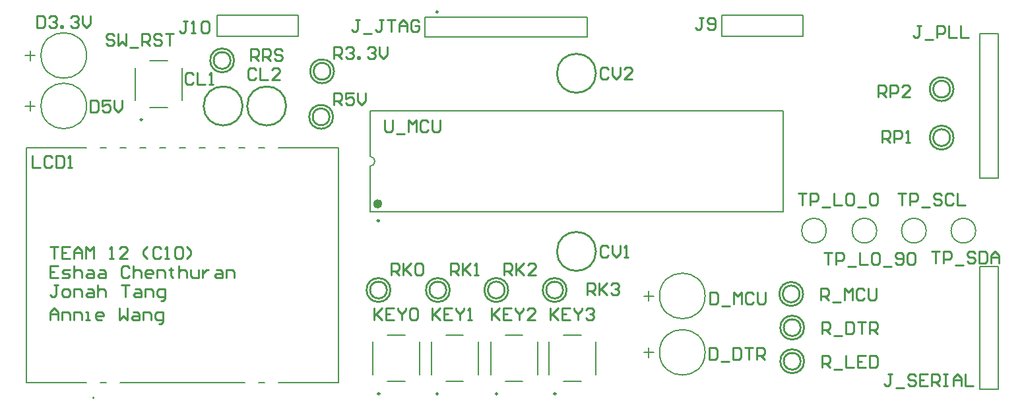
<source format=gto>
G04*
G04 #@! TF.GenerationSoftware,Altium Limited,Altium Designer,21.8.1 (53)*
G04*
G04 Layer_Color=65535*
%FSLAX25Y25*%
%MOIN*%
G70*
G04*
G04 #@! TF.SameCoordinates,070E7AC9-1739-4787-A23A-BD7F06799364*
G04*
G04*
G04 #@! TF.FilePolarity,Positive*
G04*
G01*
G75*
%ADD10C,0.00787*%
%ADD11C,0.01000*%
%ADD12C,0.00984*%
%ADD13C,0.02362*%
%ADD14C,0.00500*%
D10*
X142394Y102071D02*
G03*
X142394Y102071I-394J0D01*
G01*
X587740Y186500D02*
G03*
X587740Y186500I-6240J0D01*
G01*
X537740D02*
G03*
X537740Y186500I-6240J0D01*
G01*
X138506Y275000D02*
G03*
X138506Y275000I-11506J0D01*
G01*
Y249500D02*
G03*
X138506Y249500I-11506J0D01*
G01*
X451006Y125000D02*
G03*
X451006Y125000I-11506J0D01*
G01*
Y153500D02*
G03*
X451006Y153500I-11506J0D01*
G01*
X281669Y219000D02*
G03*
X281669Y224000I0J2500D01*
G01*
X562740Y186500D02*
G03*
X562740Y186500I-6240J0D01*
G01*
X512240D02*
G03*
X512240Y186500I-6240J0D01*
G01*
X170555Y248709D02*
X179445D01*
X170555Y272291D02*
X179331D01*
X163209Y252217D02*
Y268768D01*
X186791Y252217D02*
Y268768D01*
X589756Y106496D02*
Y168504D01*
X599244D01*
Y106496D02*
Y168504D01*
X589756Y106496D02*
X599244D01*
X589756Y213004D02*
X599244D01*
Y285996D01*
X589756Y213004D02*
Y285996D01*
X599244D01*
X459410Y284705D02*
X500591D01*
X459410D02*
Y295295D01*
X500591D01*
Y284705D02*
Y295295D01*
X110000Y272500D02*
Y277500D01*
X107500Y275000D02*
X112500D01*
X110000Y247000D02*
Y252000D01*
X107500Y249500D02*
X112500D01*
X422500Y122500D02*
Y127500D01*
X420000Y125000D02*
X425000D01*
X422500Y151000D02*
Y156000D01*
X420000Y153500D02*
X425000D01*
X281669Y196106D02*
X490331D01*
X281669Y246894D02*
X490331D01*
X281669Y196106D02*
Y219000D01*
Y224000D02*
Y246894D01*
X490331Y196106D02*
Y246894D01*
X391484Y284500D02*
Y294500D01*
X309516Y284500D02*
X391484D01*
X309516D02*
Y294500D01*
X391484D01*
X204409Y284705D02*
Y295295D01*
Y284705D02*
X245590D01*
Y295295D01*
X204409D02*
X245590D01*
X395791Y113716D02*
Y130268D01*
X372209Y113716D02*
Y130268D01*
X379555Y133791D02*
X388331D01*
X379555Y110209D02*
X388445D01*
X366291Y113716D02*
Y130268D01*
X342709Y113716D02*
Y130268D01*
X350055Y133791D02*
X358831D01*
X350055Y110209D02*
X358945D01*
X336291Y113716D02*
Y130268D01*
X312709Y113716D02*
Y130268D01*
X320055Y133791D02*
X328831D01*
X320055Y110209D02*
X328945D01*
X306791Y113716D02*
Y130268D01*
X283209Y113716D02*
Y130268D01*
X290555Y133791D02*
X299331D01*
X290555Y110209D02*
X299445D01*
D11*
X239342Y249500D02*
G03*
X239342Y249500I-9843J0D01*
G01*
X217342D02*
G03*
X217342Y249500I-9843J0D01*
G01*
X213021Y272500D02*
G03*
X213021Y272500I-6021J0D01*
G01*
X211243D02*
G03*
X211243Y272500I-4243J0D01*
G01*
X395843Y266000D02*
G03*
X395843Y266000I-9843J0D01*
G01*
X574743Y258000D02*
G03*
X574743Y258000I-4243J0D01*
G01*
X576521D02*
G03*
X576521Y258000I-6021J0D01*
G01*
X574743Y233500D02*
G03*
X574743Y233500I-4243J0D01*
G01*
X576521D02*
G03*
X576521Y233500I-6021J0D01*
G01*
X261243Y244000D02*
G03*
X261243Y244000I-4243J0D01*
G01*
X263021D02*
G03*
X263021Y244000I-6021J0D01*
G01*
X261743Y267000D02*
G03*
X261743Y267000I-4243J0D01*
G01*
X263521D02*
G03*
X263521Y267000I-6021J0D01*
G01*
X499243Y137500D02*
G03*
X499243Y137500I-4243J0D01*
G01*
X501021D02*
G03*
X501021Y137500I-6021J0D01*
G01*
X498743Y154500D02*
G03*
X498743Y154500I-4243J0D01*
G01*
X500521D02*
G03*
X500521Y154500I-6021J0D01*
G01*
X499243Y120500D02*
G03*
X499243Y120500I-4243J0D01*
G01*
X501021D02*
G03*
X501021Y120500I-6021J0D01*
G01*
X379243Y156500D02*
G03*
X379243Y156500I-4243J0D01*
G01*
X381021D02*
G03*
X381021Y156500I-6021J0D01*
G01*
X349743D02*
G03*
X349743Y156500I-4243J0D01*
G01*
X351521D02*
G03*
X351521Y156500I-6021J0D01*
G01*
X320243D02*
G03*
X320243Y156500I-4243J0D01*
G01*
X322021D02*
G03*
X322021Y156500I-6021J0D01*
G01*
X290243D02*
G03*
X290243Y156500I-4243J0D01*
G01*
X292021D02*
G03*
X292021Y156500I-6021J0D01*
G01*
X395843Y176000D02*
G03*
X395843Y176000I-9843J0D01*
G01*
X120000Y178290D02*
X123999D01*
X121999D01*
Y172292D01*
X129997Y178290D02*
X125998D01*
Y172292D01*
X129997D01*
X125998Y175291D02*
X127997D01*
X131996Y172292D02*
Y176290D01*
X133995Y178290D01*
X135995Y176290D01*
Y172292D01*
Y175291D01*
X131996D01*
X137994Y172292D02*
Y178290D01*
X139994Y176290D01*
X141993Y178290D01*
Y172292D01*
X149990D02*
X151990D01*
X150990D01*
Y178290D01*
X149990Y177290D01*
X158987Y172292D02*
X154989D01*
X158987Y176290D01*
Y177290D01*
X157988Y178290D01*
X155988D01*
X154989Y177290D01*
X168984Y172292D02*
X166985Y174291D01*
Y176290D01*
X168984Y178290D01*
X175982Y177290D02*
X174982Y178290D01*
X172983D01*
X171983Y177290D01*
Y173291D01*
X172983Y172292D01*
X174982D01*
X175982Y173291D01*
X177981Y172292D02*
X179981D01*
X178981D01*
Y178290D01*
X177981Y177290D01*
X182980D02*
X183979Y178290D01*
X185979D01*
X186978Y177290D01*
Y173291D01*
X185979Y172292D01*
X183979D01*
X182980Y173291D01*
Y177290D01*
X188978Y172292D02*
X190977Y174291D01*
Y176290D01*
X188978Y178290D01*
X123999Y168692D02*
X120000D01*
Y162694D01*
X123999D01*
X120000Y165693D02*
X121999D01*
X125998Y162694D02*
X128997D01*
X129997Y163694D01*
X128997Y164693D01*
X126998D01*
X125998Y165693D01*
X126998Y166693D01*
X129997D01*
X131996Y168692D02*
Y162694D01*
Y165693D01*
X132996Y166693D01*
X134995D01*
X135995Y165693D01*
Y162694D01*
X138994Y166693D02*
X140993D01*
X141993Y165693D01*
Y162694D01*
X138994D01*
X137994Y163694D01*
X138994Y164693D01*
X141993D01*
X144992Y166693D02*
X146991D01*
X147991Y165693D01*
Y162694D01*
X144992D01*
X143992Y163694D01*
X144992Y164693D01*
X147991D01*
X159987Y167692D02*
X158987Y168692D01*
X156988D01*
X155988Y167692D01*
Y163694D01*
X156988Y162694D01*
X158987D01*
X159987Y163694D01*
X161986Y168692D02*
Y162694D01*
Y165693D01*
X162986Y166693D01*
X164985D01*
X165985Y165693D01*
Y162694D01*
X170984D02*
X168984D01*
X167984Y163694D01*
Y165693D01*
X168984Y166693D01*
X170984D01*
X171983Y165693D01*
Y164693D01*
X167984D01*
X173983Y162694D02*
Y166693D01*
X176982D01*
X177981Y165693D01*
Y162694D01*
X180980Y167692D02*
Y166693D01*
X179981D01*
X181980D01*
X180980D01*
Y163694D01*
X181980Y162694D01*
X184979Y168692D02*
Y162694D01*
Y165693D01*
X185979Y166693D01*
X187978D01*
X188978Y165693D01*
Y162694D01*
X190977Y166693D02*
Y163694D01*
X191977Y162694D01*
X194976D01*
Y166693D01*
X196975D02*
Y162694D01*
Y164693D01*
X197975Y165693D01*
X198975Y166693D01*
X199974D01*
X203973D02*
X205972D01*
X206972Y165693D01*
Y162694D01*
X203973D01*
X202973Y163694D01*
X203973Y164693D01*
X206972D01*
X208971Y162694D02*
Y166693D01*
X211970D01*
X212970Y165693D01*
Y162694D01*
X123999Y159094D02*
X121999D01*
X122999D01*
Y154096D01*
X121999Y153096D01*
X121000D01*
X120000Y154096D01*
X126998Y153096D02*
X128997D01*
X129997Y154096D01*
Y156095D01*
X128997Y157095D01*
X126998D01*
X125998Y156095D01*
Y154096D01*
X126998Y153096D01*
X131996D02*
Y157095D01*
X134995D01*
X135995Y156095D01*
Y153096D01*
X138994Y157095D02*
X140993D01*
X141993Y156095D01*
Y153096D01*
X138994D01*
X137994Y154096D01*
X138994Y155096D01*
X141993D01*
X143992Y159094D02*
Y153096D01*
Y156095D01*
X144992Y157095D01*
X146991D01*
X147991Y156095D01*
Y153096D01*
X155988Y159094D02*
X159987D01*
X157988D01*
Y153096D01*
X162986Y157095D02*
X164985D01*
X165985Y156095D01*
Y153096D01*
X162986D01*
X161986Y154096D01*
X162986Y155096D01*
X165985D01*
X167984Y153096D02*
Y157095D01*
X170984D01*
X171983Y156095D01*
Y153096D01*
X175982Y151097D02*
X176982D01*
X177981Y152097D01*
Y157095D01*
X174982D01*
X173983Y156095D01*
Y154096D01*
X174982Y153096D01*
X177981D01*
X120000Y141499D02*
Y145498D01*
X121999Y147497D01*
X123999Y145498D01*
Y141499D01*
Y144498D01*
X120000D01*
X125998Y141499D02*
Y145498D01*
X128997D01*
X129997Y144498D01*
Y141499D01*
X131996D02*
Y145498D01*
X134995D01*
X135995Y144498D01*
Y141499D01*
X137994D02*
X139994D01*
X138994D01*
Y145498D01*
X137994D01*
X145992Y141499D02*
X143992D01*
X142993Y142499D01*
Y144498D01*
X143992Y145498D01*
X145992D01*
X146991Y144498D01*
Y143499D01*
X142993D01*
X154989Y147497D02*
Y141499D01*
X156988Y143499D01*
X158987Y141499D01*
Y147497D01*
X161986Y145498D02*
X163986D01*
X164985Y144498D01*
Y141499D01*
X161986D01*
X160987Y142499D01*
X161986Y143499D01*
X164985D01*
X166985Y141499D02*
Y145498D01*
X169984D01*
X170984Y144498D01*
Y141499D01*
X174982Y139500D02*
X175982D01*
X176982Y140500D01*
Y145498D01*
X173983D01*
X172983Y144498D01*
Y142499D01*
X173983Y141499D01*
X176982D01*
X111003Y224499D02*
Y218501D01*
X115002D01*
X121000Y223499D02*
X120000Y224499D01*
X118001D01*
X117001Y223499D01*
Y219501D01*
X118001Y218501D01*
X120000D01*
X121000Y219501D01*
X122999Y224499D02*
Y218501D01*
X125998D01*
X126998Y219501D01*
Y223499D01*
X125998Y224499D01*
X122999D01*
X128997Y218501D02*
X130997D01*
X129997D01*
Y224499D01*
X128997Y223499D01*
X289004Y242499D02*
Y237501D01*
X290004Y236501D01*
X292004D01*
X293003Y237501D01*
Y242499D01*
X295003Y235501D02*
X299001D01*
X301001Y236501D02*
Y242499D01*
X303000Y240499D01*
X304999Y242499D01*
Y236501D01*
X310997Y241499D02*
X309998Y242499D01*
X307998D01*
X306999Y241499D01*
Y237501D01*
X307998Y236501D01*
X309998D01*
X310997Y237501D01*
X312997Y242499D02*
Y237501D01*
X313997Y236501D01*
X315996D01*
X316996Y237501D01*
Y242499D01*
X565506Y175999D02*
X569504D01*
X567505D01*
Y170001D01*
X571504D02*
Y175999D01*
X574503D01*
X575502Y174999D01*
Y173000D01*
X574503Y172000D01*
X571504D01*
X577502Y169001D02*
X581500D01*
X587498Y174999D02*
X586499Y175999D01*
X584499D01*
X583500Y174999D01*
Y174000D01*
X584499Y173000D01*
X586499D01*
X587498Y172000D01*
Y171001D01*
X586499Y170001D01*
X584499D01*
X583500Y171001D01*
X589498Y175999D02*
Y170001D01*
X592497D01*
X593497Y171001D01*
Y174999D01*
X592497Y175999D01*
X589498D01*
X595496Y170001D02*
Y174000D01*
X597495Y175999D01*
X599495Y174000D01*
Y170001D01*
Y173000D01*
X595496D01*
X548500Y205498D02*
X552499D01*
X550499D01*
Y199500D01*
X554498D02*
Y205498D01*
X557497D01*
X558497Y204498D01*
Y202499D01*
X557497Y201499D01*
X554498D01*
X560496Y198500D02*
X564495D01*
X570493Y204498D02*
X569493Y205498D01*
X567494D01*
X566494Y204498D01*
Y203499D01*
X567494Y202499D01*
X569493D01*
X570493Y201499D01*
Y200500D01*
X569493Y199500D01*
X567494D01*
X566494Y200500D01*
X576491Y204498D02*
X575491Y205498D01*
X573492D01*
X572492Y204498D01*
Y200500D01*
X573492Y199500D01*
X575491D01*
X576491Y200500D01*
X578490Y205498D02*
Y199500D01*
X582489D01*
X511007Y175499D02*
X515006D01*
X513007D01*
Y169501D01*
X517005D02*
Y175499D01*
X520005D01*
X521004Y174499D01*
Y172500D01*
X520005Y171500D01*
X517005D01*
X523004Y168501D02*
X527002D01*
X529002Y175499D02*
Y169501D01*
X533000D01*
X537999Y175499D02*
X535999D01*
X535000Y174499D01*
Y170501D01*
X535999Y169501D01*
X537999D01*
X538998Y170501D01*
Y174499D01*
X537999Y175499D01*
X540998Y168501D02*
X544997D01*
X546996Y170501D02*
X547996Y169501D01*
X549995D01*
X550994Y170501D01*
Y174499D01*
X549995Y175499D01*
X547996D01*
X546996Y174499D01*
Y173500D01*
X547996Y172500D01*
X550994D01*
X552994Y174499D02*
X553994Y175499D01*
X555993D01*
X556993Y174499D01*
Y170501D01*
X555993Y169501D01*
X553994D01*
X552994Y170501D01*
Y174499D01*
X498000Y205498D02*
X501999D01*
X499999D01*
Y199500D01*
X503998D02*
Y205498D01*
X506997D01*
X507997Y204498D01*
Y202499D01*
X506997Y201499D01*
X503998D01*
X509996Y198500D02*
X513995D01*
X515994Y205498D02*
Y199500D01*
X519993D01*
X524991Y205498D02*
X522992D01*
X521992Y204498D01*
Y200500D01*
X522992Y199500D01*
X524991D01*
X525991Y200500D01*
Y204498D01*
X524991Y205498D01*
X527990Y198500D02*
X531989D01*
X533988Y204498D02*
X534988Y205498D01*
X536987D01*
X537987Y204498D01*
Y200500D01*
X536987Y199500D01*
X534988D01*
X533988Y200500D01*
Y204498D01*
X152504Y284999D02*
X151505Y285999D01*
X149505D01*
X148505Y284999D01*
Y283999D01*
X149505Y283000D01*
X151505D01*
X152504Y282000D01*
Y281000D01*
X151505Y280001D01*
X149505D01*
X148505Y281000D01*
X154504Y285999D02*
Y280001D01*
X156503Y282000D01*
X158502Y280001D01*
Y285999D01*
X160502Y279001D02*
X164500D01*
X166500Y280001D02*
Y285999D01*
X169499D01*
X170498Y284999D01*
Y283000D01*
X169499Y282000D01*
X166500D01*
X168499D02*
X170498Y280001D01*
X176497Y284999D02*
X175497Y285999D01*
X173497D01*
X172498Y284999D01*
Y283999D01*
X173497Y283000D01*
X175497D01*
X176497Y282000D01*
Y281000D01*
X175497Y280001D01*
X173497D01*
X172498Y281000D01*
X178496Y285999D02*
X182494D01*
X180495D01*
Y280001D01*
X221503Y272501D02*
Y278499D01*
X224502D01*
X225501Y277499D01*
Y275500D01*
X224502Y274500D01*
X221503D01*
X223502D02*
X225501Y272501D01*
X227501D02*
Y278499D01*
X230500D01*
X231499Y277499D01*
Y275500D01*
X230500Y274500D01*
X227501D01*
X229500D02*
X231499Y272501D01*
X237497Y277499D02*
X236498Y278499D01*
X234498D01*
X233499Y277499D01*
Y276500D01*
X234498Y275500D01*
X236498D01*
X237497Y274500D01*
Y273501D01*
X236498Y272501D01*
X234498D01*
X233499Y273501D01*
X538503Y254001D02*
Y259999D01*
X541502D01*
X542501Y258999D01*
Y257000D01*
X541502Y256000D01*
X538503D01*
X540502D02*
X542501Y254001D01*
X544501D02*
Y259999D01*
X547500D01*
X548499Y258999D01*
Y257000D01*
X547500Y256000D01*
X544501D01*
X554497Y254001D02*
X550499D01*
X554497Y258000D01*
Y258999D01*
X553498Y259999D01*
X551498D01*
X550499Y258999D01*
X540502Y231001D02*
Y236999D01*
X543501D01*
X544501Y235999D01*
Y234000D01*
X543501Y233000D01*
X540502D01*
X542502D02*
X544501Y231001D01*
X546500D02*
Y236999D01*
X549499D01*
X550499Y235999D01*
Y234000D01*
X549499Y233000D01*
X546500D01*
X552498Y231001D02*
X554498D01*
X553498D01*
Y236999D01*
X552498Y235999D01*
X391503Y154001D02*
Y159999D01*
X394502D01*
X395501Y158999D01*
Y157000D01*
X394502Y156000D01*
X391503D01*
X393502D02*
X395501Y154001D01*
X397501Y159999D02*
Y154001D01*
Y156000D01*
X401499Y159999D01*
X398500Y157000D01*
X401499Y154001D01*
X403499Y158999D02*
X404498Y159999D01*
X406498D01*
X407497Y158999D01*
Y158000D01*
X406498Y157000D01*
X405498D01*
X406498D01*
X407497Y156000D01*
Y155001D01*
X406498Y154001D01*
X404498D01*
X403499Y155001D01*
X349503Y164001D02*
Y169999D01*
X352502D01*
X353501Y168999D01*
Y167000D01*
X352502Y166000D01*
X349503D01*
X351502D02*
X353501Y164001D01*
X355501Y169999D02*
Y164001D01*
Y166000D01*
X359499Y169999D01*
X356500Y167000D01*
X359499Y164001D01*
X365497D02*
X361499D01*
X365497Y168000D01*
Y168999D01*
X364498Y169999D01*
X362498D01*
X361499Y168999D01*
X322502Y164001D02*
Y169999D01*
X325501D01*
X326501Y168999D01*
Y167000D01*
X325501Y166000D01*
X322502D01*
X324502D02*
X326501Y164001D01*
X328500Y169999D02*
Y164001D01*
Y166000D01*
X332499Y169999D01*
X329500Y167000D01*
X332499Y164001D01*
X334498D02*
X336498D01*
X335498D01*
Y169999D01*
X334498Y168999D01*
X292503Y164001D02*
Y169999D01*
X295502D01*
X296501Y168999D01*
Y167000D01*
X295502Y166000D01*
X292503D01*
X294502D02*
X296501Y164001D01*
X298501Y169999D02*
Y164001D01*
Y166000D01*
X302499Y169999D01*
X299500Y167000D01*
X302499Y164001D01*
X304499Y168999D02*
X305498Y169999D01*
X307498D01*
X308497Y168999D01*
Y165001D01*
X307498Y164001D01*
X305498D01*
X304499Y165001D01*
Y168999D01*
X509505Y151501D02*
Y157499D01*
X512504D01*
X513503Y156499D01*
Y154500D01*
X512504Y153500D01*
X509505D01*
X511504D02*
X513503Y151501D01*
X515503Y150501D02*
X519501D01*
X521501Y151501D02*
Y157499D01*
X523500Y155499D01*
X525499Y157499D01*
Y151501D01*
X531497Y156499D02*
X530498Y157499D01*
X528498D01*
X527499Y156499D01*
Y152500D01*
X528498Y151501D01*
X530498D01*
X531497Y152500D01*
X533497Y157499D02*
Y152500D01*
X534496Y151501D01*
X536496D01*
X537496Y152500D01*
Y157499D01*
X510005Y117501D02*
Y123499D01*
X513004D01*
X514003Y122499D01*
Y120500D01*
X513004Y119500D01*
X510005D01*
X512004D02*
X514003Y117501D01*
X516003Y116501D02*
X520001D01*
X522001Y123499D02*
Y117501D01*
X525999D01*
X531997Y123499D02*
X527999D01*
Y117501D01*
X531997D01*
X527999Y120500D02*
X529998D01*
X533997Y123499D02*
Y117501D01*
X536996D01*
X537995Y118500D01*
Y122499D01*
X536996Y123499D01*
X533997D01*
X510005Y134501D02*
Y140499D01*
X513004D01*
X514003Y139499D01*
Y137500D01*
X513004Y136500D01*
X510005D01*
X512004D02*
X514003Y134501D01*
X516003Y133501D02*
X520001D01*
X522001Y140499D02*
Y134501D01*
X525000D01*
X525999Y135501D01*
Y139499D01*
X525000Y140499D01*
X522001D01*
X527999D02*
X531997D01*
X529998D01*
Y134501D01*
X533997D02*
Y140499D01*
X536996D01*
X537995Y139499D01*
Y137500D01*
X536996Y136500D01*
X533997D01*
X535996D02*
X537995Y134501D01*
X263503Y250001D02*
Y255999D01*
X266502D01*
X267501Y254999D01*
Y253000D01*
X266502Y252000D01*
X263503D01*
X265502D02*
X267501Y250001D01*
X273499Y255999D02*
X269501D01*
Y253000D01*
X271500Y254000D01*
X272500D01*
X273499Y253000D01*
Y251001D01*
X272500Y250001D01*
X270500D01*
X269501Y251001D01*
X275499Y255999D02*
Y252000D01*
X277498Y250001D01*
X279497Y252000D01*
Y255999D01*
X263504Y273501D02*
Y279499D01*
X266503D01*
X267503Y278499D01*
Y276500D01*
X266503Y275500D01*
X263504D01*
X265504D02*
X267503Y273501D01*
X269502Y278499D02*
X270502Y279499D01*
X272501D01*
X273501Y278499D01*
Y277500D01*
X272501Y276500D01*
X271502D01*
X272501D01*
X273501Y275500D01*
Y274501D01*
X272501Y273501D01*
X270502D01*
X269502Y274501D01*
X275500Y273501D02*
Y274501D01*
X276500D01*
Y273501D01*
X275500D01*
X280499Y278499D02*
X281499Y279499D01*
X283498D01*
X284498Y278499D01*
Y277500D01*
X283498Y276500D01*
X282498D01*
X283498D01*
X284498Y275500D01*
Y274501D01*
X283498Y273501D01*
X281499D01*
X280499Y274501D01*
X286497Y279499D02*
Y275500D01*
X288496Y273501D01*
X290496Y275500D01*
Y279499D01*
X372700Y147198D02*
Y141200D01*
Y143199D01*
X376699Y147198D01*
X373700Y144199D01*
X376699Y141200D01*
X382697Y147198D02*
X378698D01*
Y141200D01*
X382697D01*
X378698Y144199D02*
X380697D01*
X384696Y147198D02*
Y146198D01*
X386696Y144199D01*
X388695Y146198D01*
Y147198D01*
X386696Y144199D02*
Y141200D01*
X390694Y146198D02*
X391694Y147198D01*
X393693D01*
X394693Y146198D01*
Y145199D01*
X393693Y144199D01*
X392693D01*
X393693D01*
X394693Y143199D01*
Y142200D01*
X393693Y141200D01*
X391694D01*
X390694Y142200D01*
X343200Y147198D02*
Y141200D01*
Y143199D01*
X347199Y147198D01*
X344200Y144199D01*
X347199Y141200D01*
X353197Y147198D02*
X349198D01*
Y141200D01*
X353197D01*
X349198Y144199D02*
X351197D01*
X355196Y147198D02*
Y146198D01*
X357195Y144199D01*
X359195Y146198D01*
Y147198D01*
X357195Y144199D02*
Y141200D01*
X365193D02*
X361194D01*
X365193Y145199D01*
Y146198D01*
X364193Y147198D01*
X362194D01*
X361194Y146198D01*
X313200Y147198D02*
Y141200D01*
Y143199D01*
X317199Y147198D01*
X314200Y144199D01*
X317199Y141200D01*
X323197Y147198D02*
X319198D01*
Y141200D01*
X323197D01*
X319198Y144199D02*
X321197D01*
X325196Y147198D02*
Y146198D01*
X327196Y144199D01*
X329195Y146198D01*
Y147198D01*
X327196Y144199D02*
Y141200D01*
X331194D02*
X333193D01*
X332194D01*
Y147198D01*
X331194Y146198D01*
X283700Y147198D02*
Y141200D01*
Y143199D01*
X287699Y147198D01*
X284700Y144199D01*
X287699Y141200D01*
X293697Y147198D02*
X289698D01*
Y141200D01*
X293697D01*
X289698Y144199D02*
X291697D01*
X295696Y147198D02*
Y146198D01*
X297695Y144199D01*
X299695Y146198D01*
Y147198D01*
X297695Y144199D02*
Y141200D01*
X301694Y146198D02*
X302694Y147198D01*
X304693D01*
X305693Y146198D01*
Y142200D01*
X304693Y141200D01*
X302694D01*
X301694Y142200D01*
Y146198D01*
X545506Y113999D02*
X543507D01*
X544506D01*
Y109001D01*
X543507Y108001D01*
X542507D01*
X541507Y109001D01*
X547505Y107001D02*
X551504D01*
X557502Y112999D02*
X556502Y113999D01*
X554503D01*
X553503Y112999D01*
Y111999D01*
X554503Y111000D01*
X556502D01*
X557502Y110000D01*
Y109001D01*
X556502Y108001D01*
X554503D01*
X553503Y109001D01*
X563500Y113999D02*
X559502D01*
Y108001D01*
X563500D01*
X559502Y111000D02*
X561501D01*
X565499Y108001D02*
Y113999D01*
X568499D01*
X569498Y112999D01*
Y111000D01*
X568499Y110000D01*
X565499D01*
X567499D02*
X569498Y108001D01*
X571498Y113999D02*
X573497D01*
X572497D01*
Y108001D01*
X571498D01*
X573497D01*
X576496D02*
Y111999D01*
X578495Y113999D01*
X580495Y111999D01*
Y108001D01*
Y111000D01*
X576496D01*
X582494Y113999D02*
Y108001D01*
X586493D01*
X560003Y289999D02*
X558004D01*
X559004D01*
Y285000D01*
X558004Y284001D01*
X557004D01*
X556004Y285000D01*
X562003Y283001D02*
X566001D01*
X568001Y284001D02*
Y289999D01*
X571000D01*
X571999Y288999D01*
Y287000D01*
X571000Y286000D01*
X568001D01*
X573999Y289999D02*
Y284001D01*
X577997D01*
X579997Y289999D02*
Y284001D01*
X583995D01*
X276504Y292999D02*
X274505D01*
X275504D01*
Y288000D01*
X274505Y287001D01*
X273505D01*
X272505Y288000D01*
X278504Y286001D02*
X282502D01*
X288500Y292999D02*
X286501D01*
X287501D01*
Y288000D01*
X286501Y287001D01*
X285501D01*
X284502Y288000D01*
X290500Y292999D02*
X294498D01*
X292499D01*
Y287001D01*
X296498D02*
Y291000D01*
X298497Y292999D01*
X300497Y291000D01*
Y287001D01*
Y290000D01*
X296498D01*
X306494Y291999D02*
X305495Y292999D01*
X303496D01*
X302496Y291999D01*
Y288000D01*
X303496Y287001D01*
X305495D01*
X306494Y288000D01*
Y290000D01*
X304495D01*
X189501Y292499D02*
X187502D01*
X188502D01*
Y287501D01*
X187502Y286501D01*
X186502D01*
X185502Y287501D01*
X191500Y286501D02*
X193500D01*
X192500D01*
Y292499D01*
X191500Y291499D01*
X196499D02*
X197499Y292499D01*
X199498D01*
X200498Y291499D01*
Y287501D01*
X199498Y286501D01*
X197499D01*
X196499Y287501D01*
Y291499D01*
X450000Y293999D02*
X448001D01*
X449001D01*
Y289001D01*
X448001Y288001D01*
X447001D01*
X446002Y289001D01*
X452000D02*
X452999Y288001D01*
X454999D01*
X455998Y289001D01*
Y292999D01*
X454999Y293999D01*
X452999D01*
X452000Y292999D01*
Y292000D01*
X452999Y291000D01*
X455998D01*
X453505Y155499D02*
Y149501D01*
X456504D01*
X457503Y150501D01*
Y154499D01*
X456504Y155499D01*
X453505D01*
X459503Y148501D02*
X463501D01*
X465501Y149501D02*
Y155499D01*
X467500Y153499D01*
X469499Y155499D01*
Y149501D01*
X475497Y154499D02*
X474498Y155499D01*
X472498D01*
X471499Y154499D01*
Y150501D01*
X472498Y149501D01*
X474498D01*
X475497Y150501D01*
X477497Y155499D02*
Y150501D01*
X478497Y149501D01*
X480496D01*
X481496Y150501D01*
Y155499D01*
X453005Y127499D02*
Y121501D01*
X456004D01*
X457003Y122501D01*
Y126499D01*
X456004Y127499D01*
X453005D01*
X459003Y120501D02*
X463001D01*
X465001Y127499D02*
Y121501D01*
X468000D01*
X468999Y122501D01*
Y126499D01*
X468000Y127499D01*
X465001D01*
X470999D02*
X474997D01*
X472998D01*
Y121501D01*
X476997D02*
Y127499D01*
X479996D01*
X480996Y126499D01*
Y124500D01*
X479996Y123500D01*
X476997D01*
X478996D02*
X480996Y121501D01*
X140503Y252499D02*
Y246501D01*
X143502D01*
X144501Y247501D01*
Y251499D01*
X143502Y252499D01*
X140503D01*
X150499D02*
X146501D01*
Y249500D01*
X148500Y250500D01*
X149500D01*
X150499Y249500D01*
Y247501D01*
X149500Y246501D01*
X147500D01*
X146501Y247501D01*
X152499Y252499D02*
Y248500D01*
X154498Y246501D01*
X156497Y248500D01*
Y252499D01*
X113504Y294999D02*
Y289001D01*
X116503D01*
X117503Y290001D01*
Y293999D01*
X116503Y294999D01*
X113504D01*
X119502Y293999D02*
X120502Y294999D01*
X122502D01*
X123501Y293999D01*
Y293000D01*
X122502Y292000D01*
X121502D01*
X122502D01*
X123501Y291000D01*
Y290001D01*
X122502Y289001D01*
X120502D01*
X119502Y290001D01*
X125501Y289001D02*
Y290001D01*
X126500D01*
Y289001D01*
X125501D01*
X130499Y293999D02*
X131499Y294999D01*
X133498D01*
X134498Y293999D01*
Y293000D01*
X133498Y292000D01*
X132498D01*
X133498D01*
X134498Y291000D01*
Y290001D01*
X133498Y289001D01*
X131499D01*
X130499Y290001D01*
X136497Y294999D02*
Y291000D01*
X138496Y289001D01*
X140496Y291000D01*
Y294999D01*
X402001Y267999D02*
X401002Y268999D01*
X399002D01*
X398003Y267999D01*
Y264001D01*
X399002Y263001D01*
X401002D01*
X402001Y264001D01*
X404001Y268999D02*
Y265000D01*
X406000Y263001D01*
X407999Y265000D01*
Y268999D01*
X413997Y263001D02*
X409999D01*
X413997Y267000D01*
Y267999D01*
X412998Y268999D01*
X410998D01*
X409999Y267999D01*
X402001Y177999D02*
X401001Y178999D01*
X399002D01*
X398002Y177999D01*
Y174001D01*
X399002Y173001D01*
X401001D01*
X402001Y174001D01*
X404000Y178999D02*
Y175000D01*
X406000Y173001D01*
X407999Y175000D01*
Y178999D01*
X409998Y173001D02*
X411998D01*
X410998D01*
Y178999D01*
X409998Y177999D01*
X224199Y267798D02*
X223199Y268798D01*
X221200D01*
X220200Y267798D01*
Y263800D01*
X221200Y262800D01*
X223199D01*
X224199Y263800D01*
X226198Y268798D02*
Y262800D01*
X230197D01*
X236195D02*
X232196D01*
X236195Y266799D01*
Y267798D01*
X235195Y268798D01*
X233196D01*
X232196Y267798D01*
X192501Y265499D02*
X191501Y266499D01*
X189502D01*
X188502Y265499D01*
Y261501D01*
X189502Y260501D01*
X191501D01*
X192501Y261501D01*
X194500Y266499D02*
Y260501D01*
X198499D01*
X200498D02*
X202498D01*
X201498D01*
Y266499D01*
X200498Y265499D01*
D12*
X166634Y242587D02*
G03*
X166634Y242587I-492J0D01*
G01*
X286374Y191500D02*
G03*
X286374Y191500I-492J0D01*
G01*
X315992Y297059D02*
G03*
X315992Y297059I-492J0D01*
G01*
X375634Y104087D02*
G03*
X375634Y104087I-492J0D01*
G01*
X346134D02*
G03*
X346134Y104087I-492J0D01*
G01*
X316134D02*
G03*
X316134Y104087I-492J0D01*
G01*
X286634D02*
G03*
X286634Y104087I-492J0D01*
G01*
D13*
X286787Y200043D02*
G03*
X286787Y200043I-1181J0D01*
G01*
D14*
X225484Y228410D02*
X228516D01*
X215484D02*
X218516D01*
X205484D02*
X208516D01*
X195484D02*
X198516D01*
X185484D02*
X188516D01*
X175484D02*
X178516D01*
X165484D02*
X168516D01*
X235484D02*
X265740D01*
X108260D02*
X138516D01*
X155484D02*
X158516D01*
X145484D02*
X148516D01*
X235484Y109591D02*
X265740D01*
X225484D02*
X228516D01*
X155484D02*
X218516D01*
X145484D02*
X148516D01*
X108260D02*
X138516D01*
X265740D02*
Y228410D01*
X108260Y109591D02*
Y228410D01*
M02*

</source>
